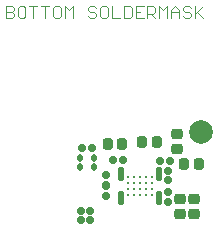
<source format=gbs>
G04*
G04 #@! TF.GenerationSoftware,Altium Limited,Altium Designer,20.2.6 (244)*
G04*
G04 Layer_Color=6502151*
%FSLAX25Y25*%
%MOIN*%
G70*
G04*
G04 #@! TF.SameCoordinates,A1248B6C-439F-447A-ADC8-1C90144166A7*
G04*
G04*
G04 #@! TF.FilePolarity,Negative*
G04*
G01*
G75*
%ADD10C,0.00394*%
%ADD13C,0.07874*%
G04:AMPARAMS|DCode=28|XSize=37.4mil|YSize=33.47mil|CornerRadius=7.87mil|HoleSize=0mil|Usage=FLASHONLY|Rotation=90.000|XOffset=0mil|YOffset=0mil|HoleType=Round|Shape=RoundedRectangle|*
%AMROUNDEDRECTD28*
21,1,0.03740,0.01772,0,0,90.0*
21,1,0.02165,0.03347,0,0,90.0*
1,1,0.01575,0.00886,0.01083*
1,1,0.01575,0.00886,-0.01083*
1,1,0.01575,-0.00886,-0.01083*
1,1,0.01575,-0.00886,0.01083*
%
%ADD28ROUNDEDRECTD28*%
G04:AMPARAMS|DCode=29|XSize=24.41mil|YSize=24.41mil|CornerRadius=6.06mil|HoleSize=0mil|Usage=FLASHONLY|Rotation=180.000|XOffset=0mil|YOffset=0mil|HoleType=Round|Shape=RoundedRectangle|*
%AMROUNDEDRECTD29*
21,1,0.02441,0.01228,0,0,180.0*
21,1,0.01228,0.02441,0,0,180.0*
1,1,0.01213,-0.00614,0.00614*
1,1,0.01213,0.00614,0.00614*
1,1,0.01213,0.00614,-0.00614*
1,1,0.01213,-0.00614,-0.00614*
%
%ADD29ROUNDEDRECTD29*%
G04:AMPARAMS|DCode=30|XSize=24.41mil|YSize=24.41mil|CornerRadius=6.06mil|HoleSize=0mil|Usage=FLASHONLY|Rotation=90.000|XOffset=0mil|YOffset=0mil|HoleType=Round|Shape=RoundedRectangle|*
%AMROUNDEDRECTD30*
21,1,0.02441,0.01228,0,0,90.0*
21,1,0.01228,0.02441,0,0,90.0*
1,1,0.01213,0.00614,0.00614*
1,1,0.01213,0.00614,-0.00614*
1,1,0.01213,-0.00614,-0.00614*
1,1,0.01213,-0.00614,0.00614*
%
%ADD30ROUNDEDRECTD30*%
G04:AMPARAMS|DCode=31|XSize=37.4mil|YSize=33.47mil|CornerRadius=7.87mil|HoleSize=0mil|Usage=FLASHONLY|Rotation=180.000|XOffset=0mil|YOffset=0mil|HoleType=Round|Shape=RoundedRectangle|*
%AMROUNDEDRECTD31*
21,1,0.03740,0.01772,0,0,180.0*
21,1,0.02165,0.03347,0,0,180.0*
1,1,0.01575,-0.01083,0.00886*
1,1,0.01575,0.01083,0.00886*
1,1,0.01575,0.01083,-0.00886*
1,1,0.01575,-0.01083,-0.00886*
%
%ADD31ROUNDEDRECTD31*%
G04:AMPARAMS|DCode=32|XSize=23.62mil|YSize=17.72mil|CornerRadius=5.41mil|HoleSize=0mil|Usage=FLASHONLY|Rotation=270.000|XOffset=0mil|YOffset=0mil|HoleType=Round|Shape=RoundedRectangle|*
%AMROUNDEDRECTD32*
21,1,0.02362,0.00689,0,0,270.0*
21,1,0.01280,0.01772,0,0,270.0*
1,1,0.01083,-0.00345,-0.00640*
1,1,0.01083,-0.00345,0.00640*
1,1,0.01083,0.00345,0.00640*
1,1,0.01083,0.00345,-0.00640*
%
%ADD32ROUNDEDRECTD32*%
G04:AMPARAMS|DCode=33|XSize=47.24mil|YSize=19.68mil|CornerRadius=4.33mil|HoleSize=0mil|Usage=FLASHONLY|Rotation=90.000|XOffset=0mil|YOffset=0mil|HoleType=Round|Shape=RoundedRectangle|*
%AMROUNDEDRECTD33*
21,1,0.04724,0.01102,0,0,90.0*
21,1,0.03858,0.01968,0,0,90.0*
1,1,0.00866,0.00551,0.01929*
1,1,0.00866,0.00551,-0.01929*
1,1,0.00866,-0.00551,-0.01929*
1,1,0.00866,-0.00551,0.01929*
%
%ADD33ROUNDEDRECTD33*%
%ADD34C,0.01181*%
D10*
X768715Y496069D02*
Y492134D01*
X770683D01*
X771339Y492790D01*
Y493446D01*
X770683Y494102D01*
X768715D01*
X770683D01*
X771339Y494758D01*
Y495413D01*
X770683Y496069D01*
X768715D01*
X774619D02*
X773307D01*
X772651Y495413D01*
Y492790D01*
X773307Y492134D01*
X774619D01*
X775275Y492790D01*
Y495413D01*
X774619Y496069D01*
X776586D02*
X779210D01*
X777898D01*
Y492134D01*
X780522Y496069D02*
X783146D01*
X781834D01*
Y492134D01*
X786426Y496069D02*
X785114D01*
X784458Y495413D01*
Y492790D01*
X785114Y492134D01*
X786426D01*
X787082Y492790D01*
Y495413D01*
X786426Y496069D01*
X788394Y492134D02*
Y496069D01*
X789706Y494758D01*
X791017Y496069D01*
Y492134D01*
X798889Y495413D02*
X798233Y496069D01*
X796921D01*
X796265Y495413D01*
Y494758D01*
X796921Y494102D01*
X798233D01*
X798889Y493446D01*
Y492790D01*
X798233Y492134D01*
X796921D01*
X796265Y492790D01*
X802169Y496069D02*
X800857D01*
X800201Y495413D01*
Y492790D01*
X800857Y492134D01*
X802169D01*
X802825Y492790D01*
Y495413D01*
X802169Y496069D01*
X804137D02*
Y492134D01*
X806761D01*
X808072Y496069D02*
Y492134D01*
X810040D01*
X810696Y492790D01*
Y495413D01*
X810040Y496069D01*
X808072D01*
X814632D02*
X812008D01*
Y492134D01*
X814632D01*
X812008Y494102D02*
X813320D01*
X815944Y492134D02*
Y496069D01*
X817912D01*
X818568Y495413D01*
Y494102D01*
X817912Y493446D01*
X815944D01*
X817256D02*
X818568Y492134D01*
X819880D02*
Y496069D01*
X821192Y494758D01*
X822503Y496069D01*
Y492134D01*
X823815D02*
Y494758D01*
X825127Y496069D01*
X826439Y494758D01*
Y492134D01*
Y494102D01*
X823815D01*
X830375Y495413D02*
X829719Y496069D01*
X828407D01*
X827751Y495413D01*
Y494758D01*
X828407Y494102D01*
X829719D01*
X830375Y493446D01*
Y492790D01*
X829719Y492134D01*
X828407D01*
X827751Y492790D01*
X831687Y496069D02*
Y492134D01*
Y493446D01*
X834311Y496069D01*
X832343Y494102D01*
X834311Y492134D01*
D13*
X833873Y454141D02*
D03*
D28*
X814089Y450598D02*
D03*
X819010D02*
D03*
X802672Y450204D02*
D03*
X807593D02*
D03*
X833183Y443511D02*
D03*
X828262D02*
D03*
D29*
X801983Y436109D02*
D03*
Y432802D02*
D03*
X822849Y430834D02*
D03*
Y434141D02*
D03*
Y441228D02*
D03*
Y437921D02*
D03*
X801983Y436346D02*
D03*
Y439653D02*
D03*
D30*
X796943Y427763D02*
D03*
X793636D02*
D03*
X796943Y424613D02*
D03*
X793636D02*
D03*
X804463Y444692D02*
D03*
X807770D02*
D03*
X797337Y448629D02*
D03*
X794030D02*
D03*
X823321Y444299D02*
D03*
X820014D02*
D03*
D31*
X826786Y431799D02*
D03*
Y426877D02*
D03*
X825900Y453491D02*
D03*
Y448570D02*
D03*
X831510Y431799D02*
D03*
Y426877D02*
D03*
D32*
X798046Y445381D02*
D03*
X793321D02*
D03*
X798046Y442428D02*
D03*
X793321D02*
D03*
D33*
X819699Y432094D02*
D03*
Y439968D02*
D03*
X807101Y432094D02*
D03*
Y439968D02*
D03*
D34*
X809463Y433078D02*
D03*
Y435046D02*
D03*
Y437015D02*
D03*
Y438983D02*
D03*
X811432Y433078D02*
D03*
Y435046D02*
D03*
Y437015D02*
D03*
Y438983D02*
D03*
X813400Y433078D02*
D03*
Y435046D02*
D03*
Y437015D02*
D03*
Y438983D02*
D03*
X815368Y433078D02*
D03*
Y435046D02*
D03*
Y437015D02*
D03*
Y438983D02*
D03*
X817337D02*
D03*
Y437015D02*
D03*
Y435046D02*
D03*
Y433078D02*
D03*
M02*

</source>
